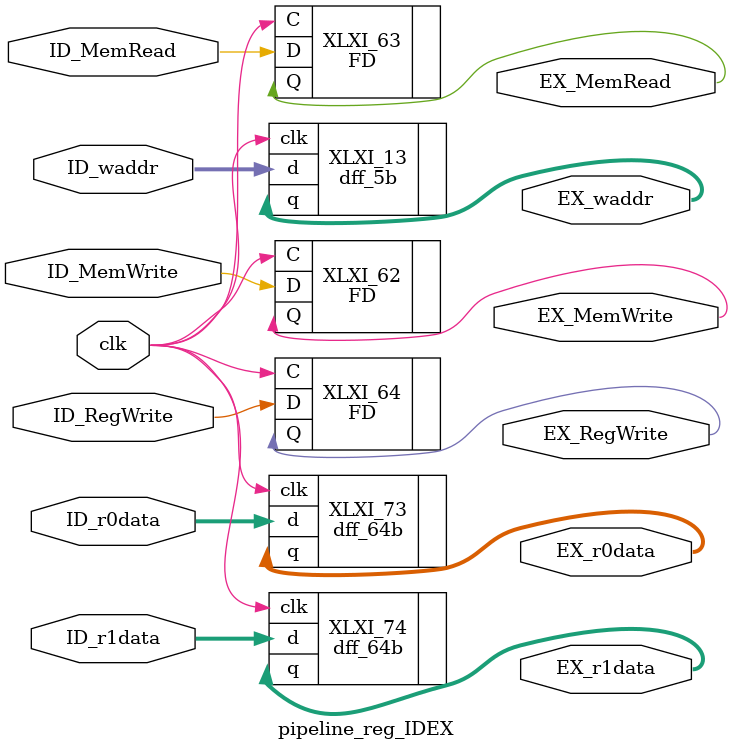
<source format=v>
`timescale 1ns / 1ps

module pipeline_reg_IDEX(clk, 
                         ID_MemRead, 
                         ID_MemWrite, 
                         ID_RegWrite, 
                         ID_r0data, 
                         ID_r1data, 
                         ID_waddr, 
                         EX_MemRead, 
                         EX_MemWrite, 
                         EX_RegWrite, 
                         EX_r0data, 
                         EX_r1data, 
                         EX_waddr);

    input clk;
    input ID_MemRead;
    input ID_MemWrite;
    input ID_RegWrite;
    input [63:0] ID_r0data;
    input [63:0] ID_r1data;
    input [4:0] ID_waddr;
   output EX_MemRead;
   output EX_MemWrite;
   output EX_RegWrite;
   output [63:0] EX_r0data;
   output [63:0] EX_r1data;
   output [4:0] EX_waddr;
   
   
   dff_5b XLXI_13 (.clk(clk), 
                   .d(ID_waddr[4:0]), 
                   .q(EX_waddr[4:0]));
   FD XLXI_62 (.C(clk), 
               .D(ID_MemWrite), 
               .Q(EX_MemWrite));
   defparam XLXI_62.INIT = 1'b0;
   FD XLXI_63 (.C(clk), 
               .D(ID_MemRead), 
               .Q(EX_MemRead));
   defparam XLXI_63.INIT = 1'b0;
   FD XLXI_64 (.C(clk), 
               .D(ID_RegWrite), 
               .Q(EX_RegWrite));
   defparam XLXI_64.INIT = 1'b0;
   dff_64b XLXI_73 (.clk(clk), 
                    .d(ID_r0data[63:0]), 
                    .q(EX_r0data[63:0]));
   dff_64b XLXI_74 (.clk(clk), 
                    .d(ID_r1data[63:0]), 
                    .q(EX_r1data[63:0]));
endmodule

</source>
